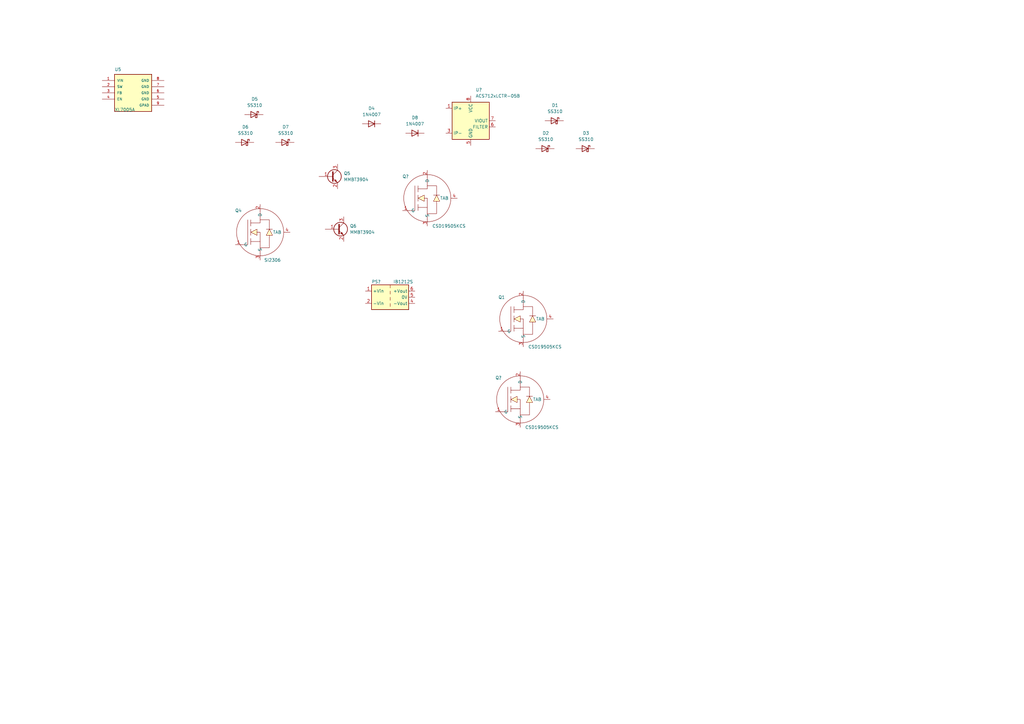
<source format=kicad_sch>
(kicad_sch (version 20211123) (generator eeschema)
  (paper "A3")
  (title_block (title "EME (Energy Management ECU)") (rev "DEV") (company "Smart Skipper"))
  (lib_symbols
    (symbol "Custom BUCK DC DC:CSD19505KCS" (pin_names (offset 1.016))
      (property "Reference" "Q?" (at -8.89 8.89 0))
      (property "Value" "CSD19505KCS" (at 8.89 -11.43 0))
      (symbol "CSD19505KCS_0_0"
        (pin passive line (at -10.16 -5.08 0) (length 2.54) (name "G") (number "1"))
        (pin passive line (at 0 11.43 270) (length 2.54) (name "D") (number "2"))
        (pin passive line (at 0 -11.43 90) (length 2.54) (name "S") (number "3"))
        (pin passive line (at 12.2909 -0.0051 180) (length 2.54) (name "TAB") (number "4"))
      )
      (symbol "CSD19505KCS_0_1"
        (polyline (pts (xy -3.81 -3.81) (xy 0 -3.81)))
        (polyline (pts (xy -3.81 -2.54) (xy -3.81 -5.08)))
        (polyline (pts (xy -3.81 -1.27) (xy -3.81 1.27)))
        (polyline (pts (xy -3.81 2.54) (xy -3.81 5.08)))
        (polyline (pts (xy 2.54 1.27) (xy 5.08 1.27)))
        (polyline (pts (xy -7.62 -5.08) (xy -5.08 -5.08) (xy -5.08 5.08)))
        (polyline (pts (xy -3.81 3.81) (xy 0 3.81) (xy 0 8.89)))
        (polyline (pts (xy -1.27 0) (xy 0 0) (xy 0 -8.89)))
        (polyline (pts (xy 3.81 1.27) (xy 3.81 5.08) (xy 0 5.08)))
        (polyline (pts (xy -1.27 -1.27) (xy -1.27 1.27) (xy -3.81 0) (xy -1.27 -1.27)) (fill (type background)))
        (polyline (pts (xy 2.54 -1.27) (xy 5.08 -1.27) (xy 3.81 1.27) (xy 2.54 -1.27)) (fill (type background)))
        (polyline (pts (xy 3.81 -1.27) (xy 3.81 -6.35) (xy 0 -6.35) (xy 2.54 -6.35)))
        (circle (center 0 0) (radius 9.672))
      )
    )
    (symbol "Diode:1N4007" (pin_numbers hide) (pin_names (offset 1.016) hide)
      (property "Reference" "D" (at 0 2.54 0))
      (property "Value" "1N4007" (at 0 -2.54 0))
      (symbol "1N4007_0_1"
        (polyline (pts (xy -1.27 1.27) (xy -1.27 -1.27)) (stroke (width 0.254)))
        (polyline (pts (xy 1.27 0) (xy -1.27 0)))
        (polyline (pts (xy 1.27 1.27) (xy 1.27 -1.27) (xy -1.27 0) (xy 1.27 1.27)) (stroke (width 0.254)))
      )
      (symbol "1N4007_1_1"
        (pin passive line (at -3.81 0 0) (length 2.54) (name "K") (number "1"))
        (pin passive line (at 3.81 0 180) (length 2.54) (name "A") (number "2"))
      )
    )
    (symbol "Diode:CDBA3100-HF" (pin_numbers hide) (pin_names hide)
      (property "Reference" "D" (at 0 2.54 0))
      (property "Value" "CDBA3100-HF" (at 0 -2.54 0))
      (symbol "CDBA3100-HF_0_1"
        (polyline (pts (xy 1.27 0) (xy -1.27 0)))
        (polyline (pts (xy 1.27 1.27) (xy 1.27 -1.27) (xy -1.27 0) (xy 1.27 1.27)) (stroke (width 0.254)))
        (polyline (pts (xy -1.905 0.635) (xy -1.905 1.27) (xy -1.27 1.27) (xy -1.27 -1.27) (xy -0.635 -1.27) (xy -0.635 -0.635)) (stroke (width 0.254)))
      )
      (symbol "CDBA3100-HF_1_1"
        (pin passive line (at -3.81 0 0) (length 2.54) (name "K") (number "1"))
        (pin passive line (at 3.81 0 180) (length 2.54) (name "A") (number "2"))
      )
    )
    (symbol "Sensor_Current:ACS712xLCTR-05B"
      (property "Reference" "U" (at 2.54 11.43 0))
      (property "Value" "ACS712xLCTR-05B" (at 2.54 8.89 0))
      (symbol "ACS712xLCTR-05B_0_1"
        (rectangle (start -7.62 7.62) (end 7.62 -7.62) (stroke (width 0.254)) (fill (type background)))
      )
      (symbol "ACS712xLCTR-05B_1_1"
        (pin passive line (at -10.16 5.08 0) (length 2.54) (name "IP+") (number "1"))
        (pin passive line (at -10.16 5.08 0) (length 2.54) hide (name "IP+") (number "2"))
        (pin passive line (at -10.16 -5.08 0) (length 2.54) (name "IP-") (number "3"))
        (pin passive line (at -10.16 -5.08 0) (length 2.54) hide (name "IP-") (number "4"))
        (pin power_in line (at 0 -10.16 90) (length 2.54) (name "GND") (number "5"))
        (pin passive line (at 10.16 -2.54 180) (length 2.54) (name "FILTER") (number "6"))
        (pin output line (at 10.16 0 180) (length 2.54) (name "VIOUT") (number "7"))
        (pin power_in line (at 0 10.16 270) (length 2.54) (name "VCC") (number "8"))
      )
    )
    (symbol "Transistor_BJT:MMBT3904" (pin_names (offset 0) hide)
      (property "Reference" "Q" (at 5.08 1.905 0))
      (property "Value" "MMBT3904" (at 5.08 0 0))
      (symbol "MMBT3904_0_1"
        (polyline (pts (xy 0.635 0.635) (xy 2.54 2.54)))
        (polyline (pts (xy 0.635 -0.635) (xy 2.54 -2.54) (xy 2.54 -2.54)))
        (polyline (pts (xy 0.635 1.905) (xy 0.635 -1.905) (xy 0.635 -1.905)) (stroke (width 0.508)))
        (polyline (pts (xy 1.27 -1.778) (xy 1.778 -1.27) (xy 2.286 -2.286) (xy 1.27 -1.778) (xy 1.27 -1.778)) (fill (type outline)))
        (circle (center 1.27 0) (radius 2.8194) (stroke (width 0.254)))
      )
      (symbol "MMBT3904_1_1"
        (pin input line (at -5.08 0 0) (length 5.715) (name "B") (number "1"))
        (pin passive line (at 2.54 -5.08 90) (length 2.54) (name "E") (number "2"))
        (pin passive line (at 2.54 5.08 270) (length 2.54) (name "C") (number "3"))
      )
    )
    (symbol "XL7005A_1" (pin_names (offset 1.016))
      (property "Reference" "U?" (at -7.62 8.89 0))
      (property "Value" "XL7005A_1" (at -7.62 -7.62 0))
      (symbol "XL7005A_1_0_0"
        (rectangle (start -7.62 -7.62) (end 7.62 7.62) (stroke (width 0.254)) (fill (type background)))
        (pin power_in line (at -12.7 5.08 0) (length 5.08) (name "VIN") (number "1"))
        (pin power_out line (at -12.7 2.54 0) (length 5.08) (name "SW") (number "2"))
        (pin input line (at -12.7 0 0) (length 5.08) (name "FB") (number "3"))
        (pin input line (at -12.7 -2.54 0) (length 5.08) (name "EN") (number "4"))
        (pin power_in line (at 12.7 -2.54 180) (length 5.08) (name "GND") (number "5"))
        (pin power_in line (at 12.7 0 180) (length 5.08) (name "GND") (number "6"))
        (pin power_in line (at 12.7 2.54 180) (length 5.08) (name "GND") (number "7"))
        (pin power_in line (at 12.7 5.08 180) (length 5.08) (name "GND") (number "8"))
        (pin power_in line (at 12.7 -5.08 180) (length 5.08) (name "GPAD") (number "9"))
      )
    )
    (symbol "ib1212s:IB1212S"
      (property "Reference" "PS" (at -7.62 6.35 0))
      (property "Value" "IB1212S" (at 1.27 6.35 0))
      (symbol "IB1212S_0_0"
        (pin power_in line (at -10.16 2.54 0) (length 2.54) (name "+Vin") (number "1"))
        (pin power_in line (at -10.16 -2.54 0) (length 2.54) (name "-Vin") (number "2"))
        (pin power_out line (at 10.16 -2.54 180) (length 2.54) (name "-Vout") (number "4"))
        (pin power_out line (at 10.16 0 180) (length 2.54) (name "0V") (number "5"))
        (pin power_out line (at 10.16 2.54 180) (length 2.54) (name "+Vout") (number "6"))
      )
      (symbol "IB1212S_0_1"
        (rectangle (start -7.62 5.08) (end 7.62 -5.08) (stroke (width 0.254)) (fill (type background)))
        (polyline (pts (xy 0 -2.54) (xy 0 -3.81)))
        (polyline (pts (xy 0 0) (xy 0 -1.27)))
        (polyline (pts (xy 0 2.54) (xy 0 1.27)))
        (polyline (pts (xy 0 5.08) (xy 0 3.81)))
      )
    )
  )
  (symbol (lib_id "Diode:CDBA3100-HF") (at 104.14 46.99 0) (mirror y) (unit 1)
    (property "Reference" "D5" (at 104.4575 40.64 0))
    (property "Value" "SS310" (at 104.4575 43.18 0))
    (property "Footprint" "Diode_SMD:D_SMA" (effects hide))
    (property "Datasheet" "https://www.comchiptech.com/admin/files/product/CDBA340-HF%20Thru193640.%20CDBA3100-HF%20RevB.pdf" (effects hide))
  )
  (symbol (lib_id "ib1212s:IB1212S") (at 160.02 121.92 0) (unit 1)
    (property "Reference" "PS?" (at 152.4 115.57 0) (effects (justify left)))
    (property "Value" "IB1212S" (at 161.29 115.57 0) (effects (justify left)))
    (property "Footprint" "Converter_DCDC:Converter_DCDC_XP_POWER-IBxxxxS_THT" (effects hide))
    (property "Datasheet" "https://www.xppower.com/pdfs/SF_IA.pdf" (effects hide))
  )
  (symbol (lib_id "Custom BUCK DC DC:CSD19505KCS") (at 213.36 163.83 0) (unit 1)
    (property "Reference" "Q?" (at 204.47 154.94 0))
    (property "Value" "CSD19505KCS" (at 222.25 175.26 0))
    (property "Footprint" "Package_TO_SOT_THT:TO-220-3_Vertical" (effects hide))
  )
  (symbol (lib_id "Custom BUCK DC DC:CSD19505KCS") (at 106.68 95.25 0) (unit 1)
    (property "Reference" "Q4" (at 97.79 86.36 0))
    (property "Value" "SI2306" (at 111.76 106.68 0))
    (property "Footprint" "Package_TO_SOT_SMD:SOT-23" (effects hide))
  )
  (symbol (lib_id "Transistor_BJT:MMBT3904") (at 135.89 72.39 0) (unit 1)
    (property "Reference" "Q5" (at 140.97 71.1199 0) (effects (justify left)))
    (property "Value" "MMBT3904" (at 140.97 73.6599 0) (effects (justify left)))
    (property "Footprint" "Package_TO_SOT_SMD:SOT-23" (effects hide))
    (property "Datasheet" "https://www.onsemi.com/pub/Collateral/2N3903-D.PDF" (effects hide))
  )
  (symbol (lib_id "Diode:CDBA3100-HF") (at 227.33 49.53 0) (mirror y) (unit 1)
    (property "Reference" "D1" (at 227.6475 43.18 0))
    (property "Value" "SS310" (at 227.6475 45.72 0))
    (property "Footprint" "Diode_SMD:D_SMA" (effects hide))
    (property "Datasheet" "https://www.comchiptech.com/admin/files/product/CDBA340-HF%20Thru193640.%20CDBA3100-HF%20RevB.pdf" (effects hide))
  )
  (symbol (lib_id "Diode:CDBA3100-HF") (at 223.52 60.96 0) (mirror y) (unit 1)
    (property "Reference" "D2" (at 223.8375 54.61 0))
    (property "Value" "SS310" (at 223.8375 57.15 0))
    (property "Footprint" "Diode_SMD:D_SMA" (effects hide))
    (property "Datasheet" "https://www.comchiptech.com/admin/files/product/CDBA340-HF%20Thru193640.%20CDBA3100-HF%20RevB.pdf" (effects hide))
  )
  (symbol (lib_id "Diode:CDBA3100-HF") (at 100.33 58.42 0) (mirror y) (unit 1)
    (property "Reference" "D6" (at 100.6475 52.07 0))
    (property "Value" "SS310" (at 100.6475 54.61 0))
    (property "Footprint" "Diode_SMD:D_SMA" (effects hide))
    (property "Datasheet" "https://www.comchiptech.com/admin/files/product/CDBA340-HF%20Thru193640.%20CDBA3100-HF%20RevB.pdf" (effects hide))
  )
  (symbol (lib_id "Diode:CDBA3100-HF") (at 116.84 58.42 0) (mirror y) (unit 1)
    (property "Reference" "D7" (at 117.1575 52.07 0))
    (property "Value" "SS310" (at 117.1575 54.61 0))
    (property "Footprint" "Diode_SMD:D_SMA" (effects hide))
    (property "Datasheet" "https://www.comchiptech.com/admin/files/product/CDBA340-HF%20Thru193640.%20CDBA3100-HF%20RevB.pdf" (effects hide))
  )
  (symbol (lib_id "Diode:CDBA3100-HF") (at 240.03 60.96 0) (mirror y) (unit 1)
    (property "Reference" "D3" (at 240.3475 54.61 0))
    (property "Value" "SS310" (at 240.3475 57.15 0))
    (property "Footprint" "Diode_SMD:D_SMA" (effects hide))
    (property "Datasheet" "https://www.comchiptech.com/admin/files/product/CDBA340-HF%20Thru193640.%20CDBA3100-HF%20RevB.pdf" (effects hide))
  )
  (symbol (lib_id "Sensor_Current:ACS712xLCTR-05B") (at 193.04 49.53 0) (unit 1)
    (property "Reference" "U?" (at 195.0594 36.83 0) (effects (justify left)))
    (property "Value" "ACS712xLCTR-05B" (at 195.0594 39.37 0) (effects (justify left)))
    (property "Footprint" "Package_SO:SOIC-8_3.9x4.9mm_P1.27mm" (effects hide))
    (property "Datasheet" "http://www.allegromicro.com/~/media/Files/Datasheets/ACS712-Datasheet.ashx?la=en" (effects hide))
  )
  (symbol (lib_id "Transistor_BJT:MMBT3904") (at 138.43 93.98 0) (unit 1)
    (property "Reference" "Q6" (at 143.51 92.7099 0) (effects (justify left)))
    (property "Value" "MMBT3904" (at 143.51 95.2499 0) (effects (justify left)))
    (property "Footprint" "Package_TO_SOT_SMD:SOT-23" (effects hide))
    (property "Datasheet" "https://www.onsemi.com/pub/Collateral/2N3903-D.PDF" (effects hide))
  )
  (symbol (lib_id "Custom BUCK DC DC:CSD19505KCS") (at 175.26 81.28 0) (unit 1)
    (property "Reference" "Q?" (at 166.37 72.39 0))
    (property "Value" "CSD19505KCS" (at 184.15 92.71 0))
    (property "Footprint" "Package_TO_SOT_THT:TO-220-3_Vertical" (effects hide))
  )
  (symbol (lib_id "Diode:1N4007") (at 152.4 50.8 0) (mirror y) (unit 1)
    (property "Reference" "D4" (at 152.4 44.45 0))
    (property "Value" "1N4007" (at 152.4 46.99 0))
    (property "Footprint" "Diode_THT:D_DO-41_SOD81_P10.16mm_Horizontal" (effects hide))
    (property "Datasheet" "http://www.vishay.com/docs/88503/1n4001.pdf" (effects hide))
  )
  (symbol (lib_id "Custom BUCK DC DC:CSD19505KCS") (at 214.63 130.81 0) (unit 1)
    (property "Reference" "Q1" (at 205.74 121.92 0))
    (property "Value" "CSD19505KCS" (at 223.52 142.24 0))
    (property "Footprint" "Package_TO_SOT_THT:TO-220-3_Vertical" (effects hide))
  )
  (symbol (lib_name "XL7005A_1") (lib_id "Custom BUCK DC DC:XL7005A") (at 54.61 38.1 0) (unit 1)
    (property "Reference" "U5" (at 46.99 29.21 0) (effects (justify left bottom)))
    (property "Value" "XL7005A" (at 46.99 45.72 0) (effects (justify left bottom)))
    (property "Footprint" "Package_SO:TSSOP-8_3x3mm_P0.65mm" (effects hide))
    (property "MANUFACTURER" "XLSEMI" (effects hide))
    (property "PARTREV" "XL7005A" (effects hide))
    (property "MAXIMUM_PACKAGE_HEIGHT" "1.55mm" (effects hide))
  )
  (symbol (lib_id "Diode:1N4007") (at 170.18 54.61 0) (mirror y) (unit 1)
    (property "Reference" "D8" (at 170.18 48.26 0))
    (property "Value" "1N4007" (at 170.18 50.8 0))
    (property "Footprint" "Diode_THT:D_DO-41_SOD81_P10.16mm_Horizontal" (effects hide))
    (property "Datasheet" "http://www.vishay.com/docs/88503/1n4001.pdf" (effects hide))
  )
)
</source>
